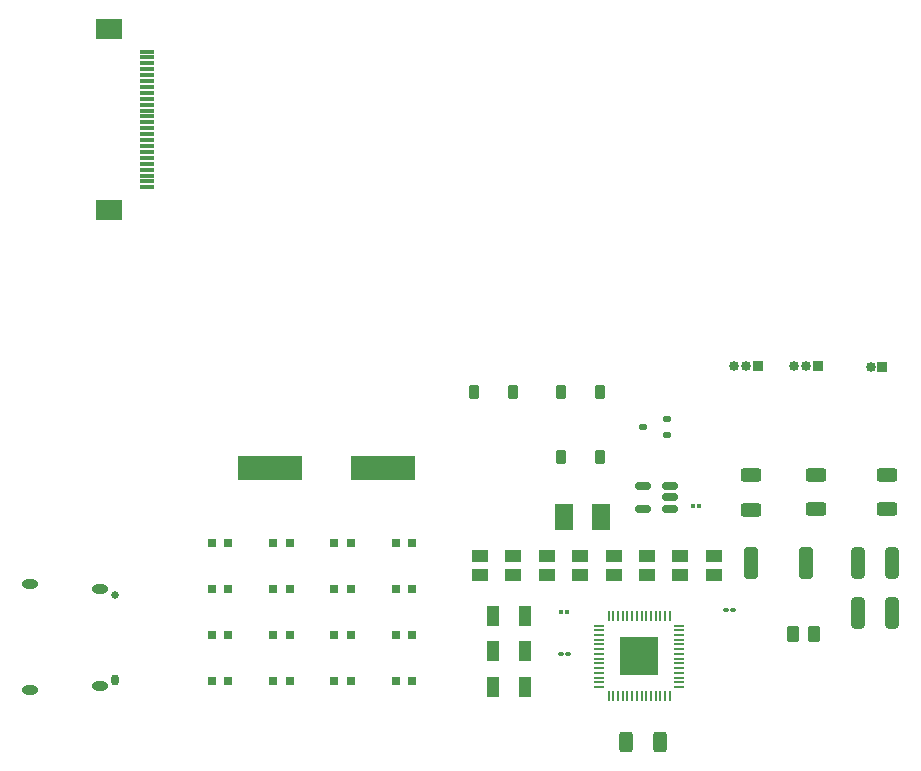
<source format=gbr>
%TF.GenerationSoftware,KiCad,Pcbnew,8.0.6-8.0.6-0~ubuntu22.04.1*%
%TF.CreationDate,2024-12-08T13:20:39-05:00*%
%TF.ProjectId,badge,62616467-652e-46b6-9963-61645f706362,rev?*%
%TF.SameCoordinates,Original*%
%TF.FileFunction,Soldermask,Bot*%
%TF.FilePolarity,Negative*%
%FSLAX46Y46*%
G04 Gerber Fmt 4.6, Leading zero omitted, Abs format (unit mm)*
G04 Created by KiCad (PCBNEW 8.0.6-8.0.6-0~ubuntu22.04.1) date 2024-12-08 13:20:39*
%MOMM*%
%LPD*%
G01*
G04 APERTURE LIST*
G04 Aperture macros list*
%AMRoundRect*
0 Rectangle with rounded corners*
0 $1 Rounding radius*
0 $2 $3 $4 $5 $6 $7 $8 $9 X,Y pos of 4 corners*
0 Add a 4 corners polygon primitive as box body*
4,1,4,$2,$3,$4,$5,$6,$7,$8,$9,$2,$3,0*
0 Add four circle primitives for the rounded corners*
1,1,$1+$1,$2,$3*
1,1,$1+$1,$4,$5*
1,1,$1+$1,$6,$7*
1,1,$1+$1,$8,$9*
0 Add four rect primitives between the rounded corners*
20,1,$1+$1,$2,$3,$4,$5,0*
20,1,$1+$1,$4,$5,$6,$7,0*
20,1,$1+$1,$6,$7,$8,$9,0*
20,1,$1+$1,$8,$9,$2,$3,0*%
G04 Aperture macros list end*
%ADD10R,0.850000X0.850000*%
%ADD11O,0.850000X0.850000*%
%ADD12C,0.650000*%
%ADD13O,0.650000X0.950000*%
%ADD14O,1.400000X0.800000*%
%ADD15RoundRect,0.250000X0.312500X0.625000X-0.312500X0.625000X-0.312500X-0.625000X0.312500X-0.625000X0*%
%ADD16R,0.700000X0.700000*%
%ADD17R,1.470000X1.020000*%
%ADD18R,1.300000X0.300000*%
%ADD19R,2.200000X1.800000*%
%ADD20RoundRect,0.100000X-0.130000X-0.100000X0.130000X-0.100000X0.130000X0.100000X-0.130000X0.100000X0*%
%ADD21R,1.100000X1.820000*%
%ADD22RoundRect,0.112500X-0.237500X0.112500X-0.237500X-0.112500X0.237500X-0.112500X0.237500X0.112500X0*%
%ADD23RoundRect,0.250000X0.312500X1.075000X-0.312500X1.075000X-0.312500X-1.075000X0.312500X-1.075000X0*%
%ADD24RoundRect,0.225000X0.225000X0.375000X-0.225000X0.375000X-0.225000X-0.375000X0.225000X-0.375000X0*%
%ADD25R,5.499100X2.108200*%
%ADD26RoundRect,0.250000X-0.625000X0.312500X-0.625000X-0.312500X0.625000X-0.312500X0.625000X0.312500X0*%
%ADD27RoundRect,0.075000X0.125000X0.075000X-0.125000X0.075000X-0.125000X-0.075000X0.125000X-0.075000X0*%
%ADD28RoundRect,0.250000X0.362500X1.075000X-0.362500X1.075000X-0.362500X-1.075000X0.362500X-1.075000X0*%
%ADD29RoundRect,0.250000X0.262500X0.450000X-0.262500X0.450000X-0.262500X-0.450000X0.262500X-0.450000X0*%
%ADD30R,1.650000X2.250000*%
%ADD31R,0.812800X0.177800*%
%ADD32R,0.177800X0.812800*%
%ADD33R,3.200400X3.200400*%
%ADD34RoundRect,0.150000X0.512500X0.150000X-0.512500X0.150000X-0.512500X-0.150000X0.512500X-0.150000X0*%
%ADD35RoundRect,0.100000X0.130000X0.100000X-0.130000X0.100000X-0.130000X-0.100000X0.130000X-0.100000X0*%
G04 APERTURE END LIST*
D10*
%TO.C,L1*%
X177216400Y-109613600D03*
D11*
X176216400Y-109613600D03*
X175216400Y-109613600D03*
%TD*%
D12*
%TO.C,J1*%
X122806400Y-129013600D03*
D13*
X122806400Y-136213600D03*
D14*
X115606400Y-128123600D03*
X121556400Y-128483600D03*
X121556400Y-136743600D03*
X115606400Y-137103600D03*
%TD*%
D10*
%TO.C,J3*%
X182266400Y-109613600D03*
D11*
X181266400Y-109613600D03*
X180266400Y-109613600D03*
%TD*%
D10*
%TO.C,J2*%
X187766400Y-109738600D03*
D11*
X186766400Y-109738600D03*
%TD*%
D15*
%TO.C,R4*%
X168962500Y-141500000D03*
X166037500Y-141500000D03*
%TD*%
D16*
%TO.C,C15*%
X142770000Y-136310000D03*
X141370000Y-136310000D03*
%TD*%
D17*
%TO.C,C5*%
X167830000Y-127310000D03*
X167830000Y-125690000D03*
%TD*%
D16*
%TO.C,C11*%
X147970000Y-136310000D03*
X146570000Y-136310000D03*
%TD*%
D18*
%TO.C,GDEY0213F1*%
X125516400Y-94513600D03*
X125516400Y-94013600D03*
X125516400Y-93513600D03*
X125516400Y-93013600D03*
X125516400Y-92513600D03*
X125516400Y-92013600D03*
X125516400Y-91513600D03*
X125516400Y-91013600D03*
X125516400Y-90513600D03*
X125516400Y-90013600D03*
X125516400Y-89513600D03*
X125516400Y-89013600D03*
X125516400Y-88513600D03*
X125516400Y-88013600D03*
X125516400Y-87513600D03*
X125516400Y-87013600D03*
X125516400Y-86513600D03*
X125516400Y-86013600D03*
X125516400Y-85513600D03*
X125516400Y-85013600D03*
X125516400Y-84513600D03*
X125516400Y-84013600D03*
X125516400Y-83513600D03*
X125516400Y-83013600D03*
D19*
X122266400Y-96413600D03*
X122266400Y-81113600D03*
%TD*%
D20*
%TO.C,R9*%
X160525000Y-134000000D03*
X161165000Y-134000000D03*
%TD*%
D16*
%TO.C,C17*%
X137570000Y-124610000D03*
X136170000Y-124610000D03*
%TD*%
D17*
%TO.C,C8*%
X159340000Y-127310000D03*
X159340000Y-125690000D03*
%TD*%
D16*
%TO.C,C10*%
X147970000Y-132410000D03*
X146570000Y-132410000D03*
%TD*%
D21*
%TO.C,SW1*%
X157530000Y-133810000D03*
X154810000Y-133810000D03*
%TD*%
D16*
%TO.C,C1*%
X147970000Y-124610000D03*
X146570000Y-124610000D03*
%TD*%
D17*
%TO.C,C9*%
X156510000Y-127310000D03*
X156510000Y-125690000D03*
%TD*%
D16*
%TO.C,C23*%
X132370000Y-132410000D03*
X130970000Y-132410000D03*
%TD*%
D17*
%TO.C,C16*%
X153680000Y-127310000D03*
X153680000Y-125690000D03*
%TD*%
D22*
%TO.C,Q1*%
X169520000Y-114160000D03*
X169520000Y-115460000D03*
X167520000Y-114810000D03*
%TD*%
D23*
%TO.C,R3*%
X188595000Y-130520000D03*
X185670000Y-130520000D03*
%TD*%
D17*
%TO.C,C3*%
X173490000Y-127310000D03*
X173490000Y-125690000D03*
%TD*%
%TO.C,C7*%
X162170000Y-127310000D03*
X162170000Y-125690000D03*
%TD*%
D24*
%TO.C,D3*%
X156470000Y-111810000D03*
X153170000Y-111810000D03*
%TD*%
D25*
%TO.C,Y1*%
X145464250Y-118310000D03*
X135875750Y-118310000D03*
%TD*%
D16*
%TO.C,C12*%
X142770000Y-124610000D03*
X141370000Y-124610000D03*
%TD*%
%TO.C,C21*%
X132370000Y-124610000D03*
X130970000Y-124610000D03*
%TD*%
%TO.C,C14*%
X142770000Y-132410000D03*
X141370000Y-132410000D03*
%TD*%
D26*
%TO.C,R5*%
X176670000Y-118885000D03*
X176670000Y-121810000D03*
%TD*%
D27*
%TO.C,R1*%
X161025000Y-130500000D03*
X160525000Y-130500000D03*
%TD*%
D16*
%TO.C,C25*%
X132370000Y-136310000D03*
X130970000Y-136310000D03*
%TD*%
D27*
%TO.C,R7*%
X172250000Y-121500000D03*
X171750000Y-121500000D03*
%TD*%
D24*
%TO.C,D5*%
X163820000Y-117310000D03*
X160520000Y-117310000D03*
%TD*%
D21*
%TO.C,C24*%
X157530000Y-130810000D03*
X154810000Y-130810000D03*
%TD*%
D28*
%TO.C,R11*%
X181295000Y-126310000D03*
X176670000Y-126310000D03*
%TD*%
D29*
%TO.C,R10*%
X181995000Y-132310000D03*
X180170000Y-132310000D03*
%TD*%
D16*
%TO.C,C18*%
X137570000Y-128510000D03*
X136170000Y-128510000D03*
%TD*%
%TO.C,C2*%
X147970000Y-128510000D03*
X146570000Y-128510000D03*
%TD*%
D26*
%TO.C,R6*%
X182170000Y-118847500D03*
X182170000Y-121772500D03*
%TD*%
D30*
%TO.C,D2*%
X163925000Y-122435000D03*
X160825000Y-122435000D03*
%TD*%
D31*
%TO.C,U1*%
X170573600Y-131613600D03*
X170573600Y-132013599D03*
X170573600Y-132413601D03*
X170573600Y-132813600D03*
X170573600Y-133213599D03*
X170573600Y-133613601D03*
X170573600Y-134013600D03*
X170573600Y-134413600D03*
X170573600Y-134813599D03*
X170573600Y-135213601D03*
X170573600Y-135613600D03*
X170573600Y-136013599D03*
X170573600Y-136413601D03*
X170573600Y-136813600D03*
D32*
X169770000Y-137617200D03*
X169370001Y-137617200D03*
X168969999Y-137617200D03*
X168570000Y-137617200D03*
X168170001Y-137617200D03*
X167769999Y-137617200D03*
X167370000Y-137617200D03*
X166970000Y-137617200D03*
X166570001Y-137617200D03*
X166169999Y-137617200D03*
X165770000Y-137617200D03*
X165370001Y-137617200D03*
X164969999Y-137617200D03*
X164570000Y-137617200D03*
D31*
X163766400Y-136813600D03*
X163766400Y-136413601D03*
X163766400Y-136013599D03*
X163766400Y-135613600D03*
X163766400Y-135213601D03*
X163766400Y-134813599D03*
X163766400Y-134413600D03*
X163766400Y-134013600D03*
X163766400Y-133613601D03*
X163766400Y-133213599D03*
X163766400Y-132813600D03*
X163766400Y-132413601D03*
X163766400Y-132013599D03*
X163766400Y-131613600D03*
D32*
X164570000Y-130810000D03*
X164969999Y-130810000D03*
X165370001Y-130810000D03*
X165770000Y-130810000D03*
X166169999Y-130810000D03*
X166570001Y-130810000D03*
X166970000Y-130810000D03*
X167370000Y-130810000D03*
X167769999Y-130810000D03*
X168170001Y-130810000D03*
X168570000Y-130810000D03*
X168969999Y-130810000D03*
X169370001Y-130810000D03*
X169770000Y-130810000D03*
D33*
X167170000Y-134213600D03*
%TD*%
D16*
%TO.C,C13*%
X142770000Y-128510000D03*
X141370000Y-128510000D03*
%TD*%
D17*
%TO.C,C6*%
X165000000Y-127310000D03*
X165000000Y-125690000D03*
%TD*%
D21*
%TO.C,C26*%
X157530000Y-136810000D03*
X154810000Y-136810000D03*
%TD*%
D16*
%TO.C,C19*%
X137570000Y-132410000D03*
X136170000Y-132410000D03*
%TD*%
D17*
%TO.C,C4*%
X170660000Y-127310000D03*
X170660000Y-125690000D03*
%TD*%
D16*
%TO.C,C20*%
X137570000Y-136310000D03*
X136170000Y-136310000D03*
%TD*%
D23*
%TO.C,R2*%
X188595000Y-126310000D03*
X185670000Y-126310000D03*
%TD*%
D34*
%TO.C,U2*%
X169795000Y-119810000D03*
X169795000Y-120760000D03*
X169795000Y-121710000D03*
X167520000Y-121710000D03*
X167520000Y-119810000D03*
%TD*%
D35*
%TO.C,R8*%
X175145000Y-130310000D03*
X174505000Y-130310000D03*
%TD*%
D16*
%TO.C,C22*%
X132370000Y-128510000D03*
X130970000Y-128510000D03*
%TD*%
D26*
%TO.C,R12*%
X188170000Y-118847500D03*
X188170000Y-121772500D03*
%TD*%
D24*
%TO.C,D4*%
X163820000Y-111810000D03*
X160520000Y-111810000D03*
%TD*%
M02*

</source>
